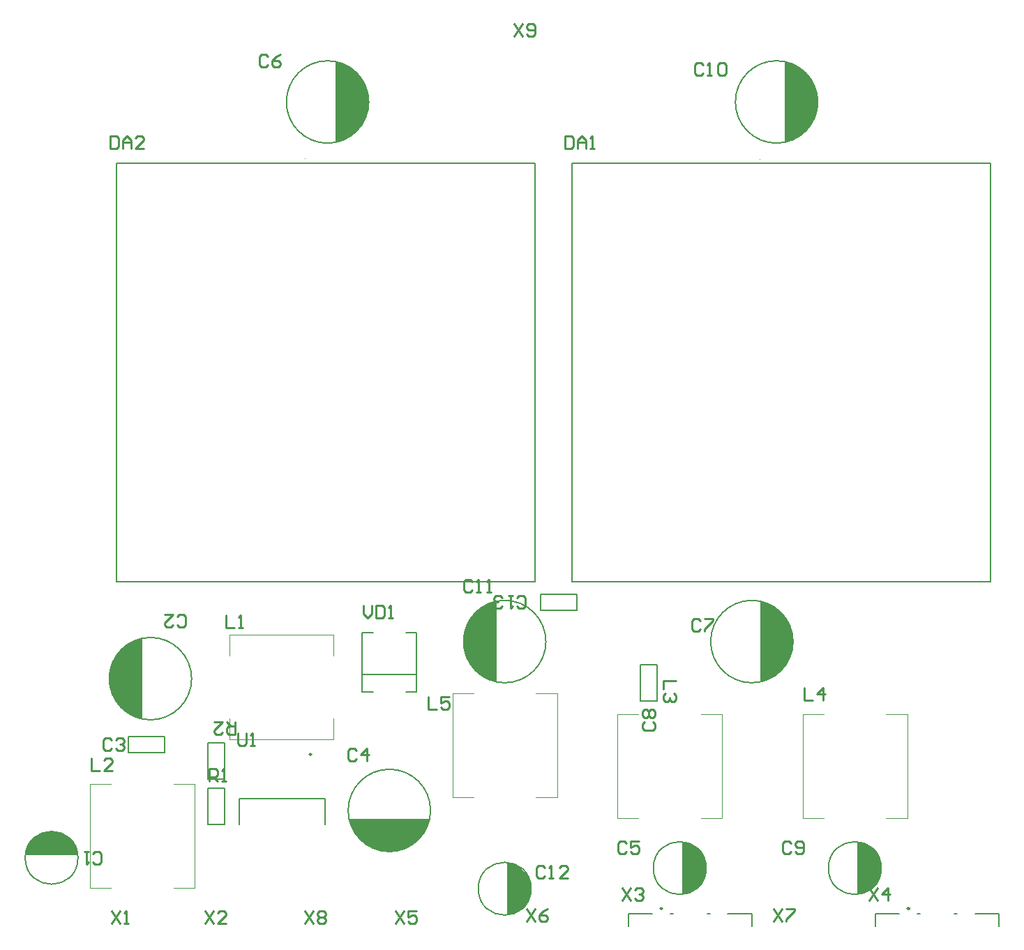
<source format=gbr>
%TF.GenerationSoftware,Altium Limited,Altium Designer,22.4.2 (48)*%
G04 Layer_Color=65535*
%FSLAX45Y45*%
%MOMM*%
%TF.SameCoordinates,33709DFB-A149-439E-BA6C-A4EA3245395A*%
%TF.FilePolarity,Positive*%
%TF.FileFunction,Legend,Top*%
%TF.Part,Single*%
G01*
G75*
%TA.AperFunction,NonConductor*%
%ADD32C,0.20000*%
%ADD33C,0.25000*%
%ADD34C,0.10000*%
%ADD35C,0.25400*%
G36*
X820000Y2155000D02*
X180000D01*
X195000Y2227500D01*
X235000Y2307500D01*
X292500Y2370000D01*
X350000Y2407500D01*
X425000Y2435000D01*
X500000Y2445000D01*
X565000Y2437500D01*
X632500Y2417500D01*
X700000Y2375000D01*
X752500Y2322500D01*
X790000Y2257500D01*
X812500Y2192500D01*
X820000Y2155000D01*
D02*
G37*
G36*
X4110000Y2600000D02*
X5090000D01*
X5075000Y2540000D01*
X5050000Y2482500D01*
X5015000Y2420000D01*
X4980000Y2375000D01*
X4917500Y2312500D01*
X4860000Y2272500D01*
X4757500Y2222500D01*
X4665000Y2202500D01*
X4555000Y2200000D01*
X4482500Y2212500D01*
X4417500Y2232500D01*
X4337500Y2272500D01*
X4272500Y2322500D01*
X4205000Y2392500D01*
X4160000Y2465000D01*
X4115000Y2572500D01*
X4110000Y2597500D01*
Y2600000D01*
D02*
G37*
G36*
X1600000Y4790000D02*
Y3810000D01*
X1540000Y3825000D01*
X1482500Y3850000D01*
X1420000Y3885000D01*
X1375000Y3920000D01*
X1312500Y3982500D01*
X1272500Y4040000D01*
X1222500Y4142500D01*
X1202500Y4235000D01*
X1200000Y4345000D01*
X1212500Y4417500D01*
X1232500Y4482500D01*
X1272500Y4562500D01*
X1322500Y4627500D01*
X1392500Y4695000D01*
X1465000Y4740000D01*
X1572500Y4785000D01*
X1597500Y4790000D01*
X1600000D01*
D02*
G37*
G36*
X5900000Y5240000D02*
Y4260000D01*
X5840000Y4275000D01*
X5782500Y4300000D01*
X5720000Y4335000D01*
X5675000Y4370000D01*
X5612500Y4432500D01*
X5572500Y4490000D01*
X5522500Y4592500D01*
X5502500Y4685000D01*
X5500000Y4795000D01*
X5512500Y4867500D01*
X5532500Y4932500D01*
X5572500Y5012500D01*
X5622500Y5077500D01*
X5692500Y5145000D01*
X5765000Y5190000D01*
X5872500Y5235000D01*
X5897500Y5240000D01*
X5900000D01*
D02*
G37*
G36*
X3950000Y10810000D02*
Y11790000D01*
X4010000Y11775000D01*
X4067500Y11750000D01*
X4130000Y11715000D01*
X4175000Y11680000D01*
X4237500Y11617500D01*
X4277500Y11560000D01*
X4327500Y11457500D01*
X4347500Y11365000D01*
X4350000Y11255000D01*
X4337500Y11182500D01*
X4317500Y11117500D01*
X4277500Y11037500D01*
X4227500Y10972500D01*
X4157500Y10905000D01*
X4085000Y10860000D01*
X3977500Y10815000D01*
X3952500Y10810000D01*
X3950000D01*
D02*
G37*
G36*
X6030000Y1430000D02*
Y2070000D01*
X6102500Y2055000D01*
X6182500Y2015000D01*
X6245000Y1957500D01*
X6282500Y1900000D01*
X6310000Y1825000D01*
X6320000Y1750000D01*
X6312500Y1685000D01*
X6292500Y1617500D01*
X6250000Y1550000D01*
X6197500Y1497500D01*
X6132500Y1460000D01*
X6067500Y1437500D01*
X6030000Y1430000D01*
D02*
G37*
G36*
X8155000Y1680000D02*
Y2320000D01*
X8227500Y2305000D01*
X8307500Y2265000D01*
X8370000Y2207500D01*
X8407500Y2150000D01*
X8435000Y2075000D01*
X8445000Y2000000D01*
X8437500Y1935000D01*
X8417500Y1867500D01*
X8375000Y1800000D01*
X8322500Y1747500D01*
X8257500Y1710000D01*
X8192500Y1687500D01*
X8155000Y1680000D01*
D02*
G37*
G36*
X10280000D02*
Y2320000D01*
X10352500Y2305000D01*
X10432500Y2265000D01*
X10495000Y2207500D01*
X10532500Y2150000D01*
X10560000Y2075000D01*
X10570000Y2000000D01*
X10562500Y1935000D01*
X10542500Y1867500D01*
X10500000Y1800000D01*
X10447500Y1747500D01*
X10382500Y1710000D01*
X10317500Y1687500D01*
X10280000Y1680000D01*
D02*
G37*
G36*
X9100000Y4260000D02*
Y5240000D01*
X9160000Y5225000D01*
X9217500Y5200000D01*
X9280000Y5165000D01*
X9325000Y5130000D01*
X9387500Y5067500D01*
X9427500Y5010000D01*
X9477500Y4907500D01*
X9497500Y4815000D01*
X9500000Y4705000D01*
X9487500Y4632500D01*
X9467500Y4567500D01*
X9427500Y4487500D01*
X9377500Y4422500D01*
X9307500Y4355000D01*
X9235000Y4310000D01*
X9127500Y4265000D01*
X9102500Y4260000D01*
X9100000D01*
D02*
G37*
G36*
X9400000Y10810000D02*
Y11790000D01*
X9460000Y11775000D01*
X9517500Y11750000D01*
X9580000Y11715000D01*
X9625000Y11680000D01*
X9687500Y11617500D01*
X9727500Y11560000D01*
X9777500Y11457500D01*
X9797500Y11365000D01*
X9800000Y11255000D01*
X9787500Y11182500D01*
X9767500Y11117500D01*
X9727500Y11037500D01*
X9677500Y10972500D01*
X9607500Y10905000D01*
X9535000Y10860000D01*
X9427500Y10815000D01*
X9402500Y10810000D01*
X9400000D01*
D02*
G37*
D32*
X10570000Y2000000D02*
G03*
X10570000Y2000000I-320000J0D01*
G01*
X8445000D02*
G03*
X8445000Y2000000I-320000J0D01*
G01*
X6500000Y4750000D02*
G03*
X6500000Y4750000I-500000J0D01*
G01*
X9500000D02*
G03*
X9500000Y4750000I-500000J0D01*
G01*
X4350000Y11300000D02*
G03*
X4350000Y11300000I-500000J0D01*
G01*
X9800000D02*
G03*
X9800000Y11300000I-500000J0D01*
G01*
X6320000Y1750000D02*
G03*
X6320000Y1750000I-320000J0D01*
G01*
X2200000Y4300000D02*
G03*
X2200000Y4300000I-500000J0D01*
G01*
X820000Y2125000D02*
G03*
X820000Y2125000I-320000J0D01*
G01*
X5100000Y2700000D02*
G03*
X5100000Y2700000I-500000J0D01*
G01*
X10503000Y1450000D02*
X10791500D01*
X11008500D02*
X11041500D01*
X11458500D02*
X11491500D01*
X11708500D02*
X11997000D01*
Y1290500D02*
Y1450000D01*
X10503000Y1290500D02*
Y1450000D01*
X7503000D02*
X7791500D01*
X8008500D02*
X8041500D01*
X8458500D02*
X8491500D01*
X8708500D02*
X8997000D01*
Y1290500D02*
Y1450000D01*
X7503000Y1290500D02*
Y1450000D01*
X6437139Y5327182D02*
X6877139D01*
X6437139Y5127182D02*
X6877139D01*
X6437139D02*
Y5327182D01*
X6877139Y5127182D02*
Y5327182D01*
X2600000Y3080000D02*
Y3520000D01*
X2400000Y3080000D02*
Y3520000D01*
X2600000D01*
X2400000Y3080000D02*
X2600000D01*
X2779500Y2532500D02*
Y2844500D01*
X3820500D01*
Y2532500D02*
Y2844500D01*
X1430000Y3400000D02*
Y3600000D01*
X1870000Y3400000D02*
Y3600000D01*
X1430000D02*
X1870000D01*
X1430000Y3400000D02*
X1870000D01*
X7650000Y4030000D02*
Y4470000D01*
X7850000Y4030000D02*
Y4470000D01*
X7650000Y4030000D02*
X7850000D01*
X7650000Y4470000D02*
X7850000D01*
X4270000Y4350000D02*
X4930000D01*
X4800000Y4860000D02*
X4930000D01*
Y4140000D02*
Y4860000D01*
X4800000Y4140000D02*
X4930000D01*
X4270000D02*
X4400000D01*
X4270000D02*
Y4860000D01*
X4400000D01*
X2400000Y2530000D02*
X2600000D01*
X2400000Y2970000D02*
X2600000D01*
X2400000Y2530000D02*
Y2970000D01*
X2600000Y2530000D02*
Y2970000D01*
X11894000Y5474000D02*
Y10554000D01*
X6814000D02*
X11894000D01*
X6814000Y5474000D02*
Y10554000D01*
Y5474000D02*
X11894000D01*
X1290000D02*
X6370000D01*
X1290000D02*
Y10554000D01*
X6370000D01*
Y5474000D02*
Y10554000D01*
D33*
X10912500Y1509000D02*
G03*
X10912500Y1509000I-12500J0D01*
G01*
X7912500D02*
G03*
X7912500Y1509000I-12500J0D01*
G01*
X3653000Y3382500D02*
G03*
X3653000Y3382500I-12500J0D01*
G01*
D34*
X9100000Y10615000D02*
G03*
X9100000Y10605000I0J-5000D01*
G01*
D02*
G03*
X9100000Y10615000I0J5000D01*
G01*
X3576000Y10605000D02*
G03*
X3576000Y10615000I0J5000D01*
G01*
D02*
G03*
X3576000Y10605000I0J-5000D01*
G01*
X9620000Y3870000D02*
X9870000D01*
X9620000Y2610000D02*
X9870000D01*
X10630000Y3870000D02*
X10890000D01*
X10630000Y2610000D02*
X10890000D01*
Y3870000D01*
X9620000Y2610000D02*
Y3870000D01*
X5370000Y2860000D02*
Y4120000D01*
X6640000Y2860000D02*
Y4120000D01*
X6380000Y2860000D02*
X6640000D01*
X6380000Y4120000D02*
X6640000D01*
X5370000Y2860000D02*
X5620000D01*
X5370000Y4120000D02*
X5620000D01*
X3920000Y4580000D02*
Y4830000D01*
X2660000Y4580000D02*
Y4830000D01*
X3920000Y3560000D02*
Y3820000D01*
X2660000Y3560000D02*
Y3820000D01*
Y3560000D02*
X3920000D01*
X2660000Y4830000D02*
X3920000D01*
X970000Y3020000D02*
X1220000D01*
X970000Y1760000D02*
X1220000D01*
X1980000Y3020000D02*
X2240000D01*
X1980000Y1760000D02*
X2240000D01*
Y3020000D01*
X970000Y1760000D02*
Y3020000D01*
X7370000Y2610000D02*
Y3870000D01*
X8640000Y2610000D02*
Y3870000D01*
X8380000Y2610000D02*
X8640000D01*
X8380000Y3870000D02*
X8640000D01*
X7370000Y2610000D02*
X7620000D01*
X7370000Y3870000D02*
X7620000D01*
D35*
X9474608Y2300784D02*
X9449217Y2326175D01*
X9398433D01*
X9373041Y2300784D01*
Y2199217D01*
X9398433Y2173825D01*
X9449217D01*
X9474608Y2199217D01*
X9525392D02*
X9550784Y2173825D01*
X9601567D01*
X9626959Y2199217D01*
Y2300784D01*
X9601567Y2326175D01*
X9550784D01*
X9525392Y2300784D01*
Y2275392D01*
X9550784Y2250000D01*
X9626959D01*
X7474608Y2300784D02*
X7449216Y2326175D01*
X7398433D01*
X7373041Y2300784D01*
Y2199217D01*
X7398433Y2173825D01*
X7449216D01*
X7474608Y2199217D01*
X7626959Y2326175D02*
X7525392D01*
Y2250000D01*
X7576175Y2275392D01*
X7601567D01*
X7626959Y2250000D01*
Y2199217D01*
X7601567Y2173825D01*
X7550784D01*
X7525392Y2199217D01*
X9265920Y1509391D02*
X9367487Y1357040D01*
Y1509391D02*
X9265920Y1357040D01*
X9418271Y1509391D02*
X9519838D01*
Y1483999D01*
X9418271Y1382432D01*
Y1357040D01*
X9634220Y4188411D02*
Y4036060D01*
X9735787D01*
X9862746D02*
Y4188411D01*
X9786571Y4112235D01*
X9888138D01*
X5603207Y5478739D02*
X5577815Y5504131D01*
X5527032D01*
X5501640Y5478739D01*
Y5377172D01*
X5527032Y5351780D01*
X5577815D01*
X5603207Y5377172D01*
X5653991Y5351780D02*
X5704774D01*
X5679383D01*
Y5504131D01*
X5653991Y5478739D01*
X5780950Y5351780D02*
X5831733D01*
X5806341D01*
Y5504131D01*
X5780950Y5478739D01*
X3573041Y1476175D02*
X3674609Y1323825D01*
Y1476175D02*
X3573041Y1323825D01*
X3725392Y1450783D02*
X3750784Y1476175D01*
X3801567D01*
X3826959Y1450783D01*
Y1425392D01*
X3801567Y1400000D01*
X3826959Y1374608D01*
Y1349217D01*
X3801567Y1323825D01*
X3750784D01*
X3725392Y1349217D01*
Y1374608D01*
X3750784Y1400000D01*
X3725392Y1425392D01*
Y1450783D01*
X3750784Y1400000D02*
X3801567D01*
X10424160Y1762711D02*
X10525727Y1610360D01*
Y1762711D02*
X10424160Y1610360D01*
X10652686D02*
Y1762711D01*
X10576511Y1686535D01*
X10678078D01*
X7424420Y1762711D02*
X7525987Y1610360D01*
Y1762711D02*
X7424420Y1610360D01*
X7576771Y1737319D02*
X7602163Y1762711D01*
X7652946D01*
X7678338Y1737319D01*
Y1711927D01*
X7652946Y1686535D01*
X7627554D01*
X7652946D01*
X7678338Y1661143D01*
Y1635752D01*
X7652946Y1610360D01*
X7602163D01*
X7576771Y1635752D01*
X984360Y3337771D02*
Y3185420D01*
X1085927D01*
X1238278D02*
X1136711D01*
X1238278Y3286987D01*
Y3312379D01*
X1212886Y3337771D01*
X1162103D01*
X1136711Y3312379D01*
X2615040Y5067511D02*
Y4915160D01*
X2716607D01*
X2767391D02*
X2818174D01*
X2792783D01*
Y5067511D01*
X2767391Y5042119D01*
X2764900Y3634951D02*
Y3507992D01*
X2790292Y3482600D01*
X2841076D01*
X2866467Y3507992D01*
Y3634951D01*
X2917251Y3482600D02*
X2968034D01*
X2942643D01*
Y3634951D01*
X2917251Y3609559D01*
X2414380Y3055880D02*
Y3208231D01*
X2490556D01*
X2515947Y3182839D01*
Y3132055D01*
X2490556Y3106664D01*
X2414380D01*
X2465164D02*
X2515947Y3055880D01*
X2566731D02*
X2617514D01*
X2592123D01*
Y3208231D01*
X2566731Y3182839D01*
X6263640Y1509391D02*
X6365207Y1357040D01*
Y1509391D02*
X6263640Y1357040D01*
X6517558Y1509391D02*
X6466774Y1483999D01*
X6415991Y1433215D01*
Y1382432D01*
X6441383Y1357040D01*
X6492166D01*
X6517558Y1382432D01*
Y1407823D01*
X6492166Y1433215D01*
X6415991D01*
X6111160Y12249291D02*
X6212727Y12096940D01*
Y12249291D02*
X6111160Y12096940D01*
X6263511Y12122332D02*
X6288903Y12096940D01*
X6339686D01*
X6365078Y12122332D01*
Y12223899D01*
X6339686Y12249291D01*
X6288903D01*
X6263511Y12223899D01*
Y12198507D01*
X6288903Y12173115D01*
X6365078D01*
X5073041Y4076175D02*
Y3923825D01*
X5174608D01*
X5326959Y4076175D02*
X5225392D01*
Y4000000D01*
X5276175Y4025392D01*
X5301567D01*
X5326959Y4000000D01*
Y3949217D01*
X5301567Y3923825D01*
X5250784D01*
X5225392Y3949217D01*
X8076176Y4276959D02*
X7923825D01*
Y4175392D01*
X8050784Y4124608D02*
X8076176Y4099216D01*
Y4048433D01*
X8050784Y4023041D01*
X8025392D01*
X8000000Y4048433D01*
Y4073825D01*
Y4048433D01*
X7974608Y4023041D01*
X7949217D01*
X7923825Y4048433D01*
Y4099216D01*
X7949217Y4124608D01*
X1210040Y10888451D02*
Y10736100D01*
X1286216D01*
X1311607Y10761492D01*
Y10863059D01*
X1286216Y10888451D01*
X1210040D01*
X1362391Y10736100D02*
Y10837667D01*
X1413174Y10888451D01*
X1463958Y10837667D01*
Y10736100D01*
Y10812275D01*
X1362391D01*
X1616309Y10736100D02*
X1514742D01*
X1616309Y10837667D01*
Y10863059D01*
X1590917Y10888451D01*
X1540134D01*
X1514742Y10863059D01*
X6734480Y10886611D02*
Y10734260D01*
X6810655D01*
X6836047Y10759652D01*
Y10861219D01*
X6810655Y10886611D01*
X6734480D01*
X6886831Y10734260D02*
Y10835827D01*
X6937614Y10886611D01*
X6988398Y10835827D01*
Y10734260D01*
Y10810435D01*
X6886831D01*
X7039182Y10734260D02*
X7089965D01*
X7064573D01*
Y10886611D01*
X7039182Y10861219D01*
X6486129Y2000784D02*
X6460737Y2026176D01*
X6409954D01*
X6384562Y2000784D01*
Y1899217D01*
X6409954Y1873825D01*
X6460737D01*
X6486129Y1899217D01*
X6536913Y1873825D02*
X6587696D01*
X6562304D01*
Y2026176D01*
X6536913Y2000784D01*
X6765439Y1873825D02*
X6663871D01*
X6765439Y1975392D01*
Y2000784D01*
X6740047Y2026176D01*
X6689263D01*
X6663871Y2000784D01*
X8411129Y11750783D02*
X8385737Y11776175D01*
X8334954D01*
X8309562Y11750783D01*
Y11649216D01*
X8334954Y11623825D01*
X8385737D01*
X8411129Y11649216D01*
X8461912Y11623825D02*
X8512696D01*
X8487304D01*
Y11776175D01*
X8461912Y11750783D01*
X8588871D02*
X8614263Y11776175D01*
X8665047D01*
X8690439Y11750783D01*
Y11649216D01*
X8665047Y11623825D01*
X8614263D01*
X8588871Y11649216D01*
Y11750783D01*
X6146011Y5176399D02*
X6171402Y5151007D01*
X6222186D01*
X6247578Y5176399D01*
Y5277966D01*
X6222186Y5303357D01*
X6171402D01*
X6146011Y5277966D01*
X6095227Y5303357D02*
X6044444D01*
X6069835D01*
Y5151007D01*
X6095227Y5176399D01*
X5968268D02*
X5942876Y5151007D01*
X5892093D01*
X5866701Y5176399D01*
Y5201790D01*
X5892093Y5227182D01*
X5917485D01*
X5892093D01*
X5866701Y5252574D01*
Y5277966D01*
X5892093Y5303357D01*
X5942876D01*
X5968268Y5277966D01*
X7699216Y3774608D02*
X7673824Y3749216D01*
Y3698433D01*
X7699216Y3673041D01*
X7800783D01*
X7826175Y3698433D01*
Y3749216D01*
X7800783Y3774608D01*
X7699216Y3825391D02*
X7673824Y3850783D01*
Y3901567D01*
X7699216Y3926959D01*
X7724608D01*
X7750000Y3901567D01*
X7775392Y3926959D01*
X7800783D01*
X7826175Y3901567D01*
Y3850783D01*
X7800783Y3825391D01*
X7775392D01*
X7750000Y3850783D01*
X7724608Y3825391D01*
X7699216D01*
X7750000Y3850783D02*
Y3901567D01*
X8374608Y5000783D02*
X8349216Y5026175D01*
X8298433D01*
X8273041Y5000783D01*
Y4899217D01*
X8298433Y4873825D01*
X8349216D01*
X8374608Y4899217D01*
X8425392Y5026175D02*
X8526959D01*
Y5000783D01*
X8425392Y4899217D01*
Y4873825D01*
X3124608Y11850784D02*
X3099217Y11876175D01*
X3048433D01*
X3023041Y11850784D01*
Y11749217D01*
X3048433Y11723825D01*
X3099217D01*
X3124608Y11749217D01*
X3276959Y11876175D02*
X3226175Y11850784D01*
X3175392Y11800000D01*
Y11749217D01*
X3200784Y11723825D01*
X3251567D01*
X3276959Y11749217D01*
Y11774608D01*
X3251567Y11800000D01*
X3175392D01*
X4202507Y3429219D02*
X4177116Y3454611D01*
X4126332D01*
X4100940Y3429219D01*
Y3327652D01*
X4126332Y3302260D01*
X4177116D01*
X4202507Y3327652D01*
X4329466Y3302260D02*
Y3454611D01*
X4253291Y3378435D01*
X4354858D01*
X2025392Y4949216D02*
X2050784Y4923824D01*
X2101567D01*
X2126959Y4949216D01*
Y5050783D01*
X2101567Y5076175D01*
X2050784D01*
X2025392Y5050783D01*
X1873041Y5076175D02*
X1974608D01*
X1873041Y4974608D01*
Y4949216D01*
X1898433Y4923824D01*
X1949216D01*
X1974608Y4949216D01*
X1000000Y2074216D02*
X1025392Y2048824D01*
X1076175D01*
X1101567Y2074216D01*
Y2175783D01*
X1076175Y2201175D01*
X1025392D01*
X1000000Y2175783D01*
X949217Y2201175D02*
X898433D01*
X923825D01*
Y2048824D01*
X949217Y2074216D01*
X1224608Y3550784D02*
X1199217Y3576175D01*
X1148433D01*
X1123041Y3550784D01*
Y3449217D01*
X1148433Y3423825D01*
X1199217D01*
X1224608Y3449217D01*
X1275392Y3550784D02*
X1300784Y3576175D01*
X1351567D01*
X1376959Y3550784D01*
Y3525392D01*
X1351567Y3500000D01*
X1326175D01*
X1351567D01*
X1376959Y3474608D01*
Y3449217D01*
X1351567Y3423825D01*
X1300784D01*
X1275392Y3449217D01*
X4284980Y5189171D02*
Y5087603D01*
X4335763Y5036820D01*
X4386547Y5087603D01*
Y5189171D01*
X4437331D02*
Y5036820D01*
X4513506D01*
X4538898Y5062212D01*
Y5163779D01*
X4513506Y5189171D01*
X4437331D01*
X4589681Y5036820D02*
X4640465D01*
X4615073D01*
Y5189171D01*
X4589681Y5163779D01*
X4673041Y1476175D02*
X4774608Y1323825D01*
Y1476175D02*
X4673041Y1323825D01*
X4926959Y1476175D02*
X4825392D01*
Y1400000D01*
X4876175Y1425392D01*
X4901567D01*
X4926959Y1400000D01*
Y1349217D01*
X4901567Y1323825D01*
X4850784D01*
X4825392Y1349217D01*
X1232735Y1481196D02*
X1334302Y1328845D01*
Y1481196D02*
X1232735Y1328845D01*
X1385086D02*
X1435869D01*
X1410477D01*
Y1481196D01*
X1385086Y1455804D01*
X2365041Y1476175D02*
X2466608Y1323825D01*
Y1476175D02*
X2365041Y1323825D01*
X2618959D02*
X2517392D01*
X2618959Y1425392D01*
Y1450783D01*
X2593567Y1476175D01*
X2542784D01*
X2517392Y1450783D01*
X2726959Y3776175D02*
Y3623825D01*
X2650784D01*
X2625392Y3649216D01*
Y3700000D01*
X2650784Y3725392D01*
X2726959D01*
X2676176D02*
X2625392Y3776175D01*
X2473041D02*
X2574609D01*
X2473041Y3674608D01*
Y3649216D01*
X2498433Y3623825D01*
X2549217D01*
X2574609Y3649216D01*
%TF.MD5,a9df679bc704f5122b869a4fab7a784b*%
M02*

</source>
